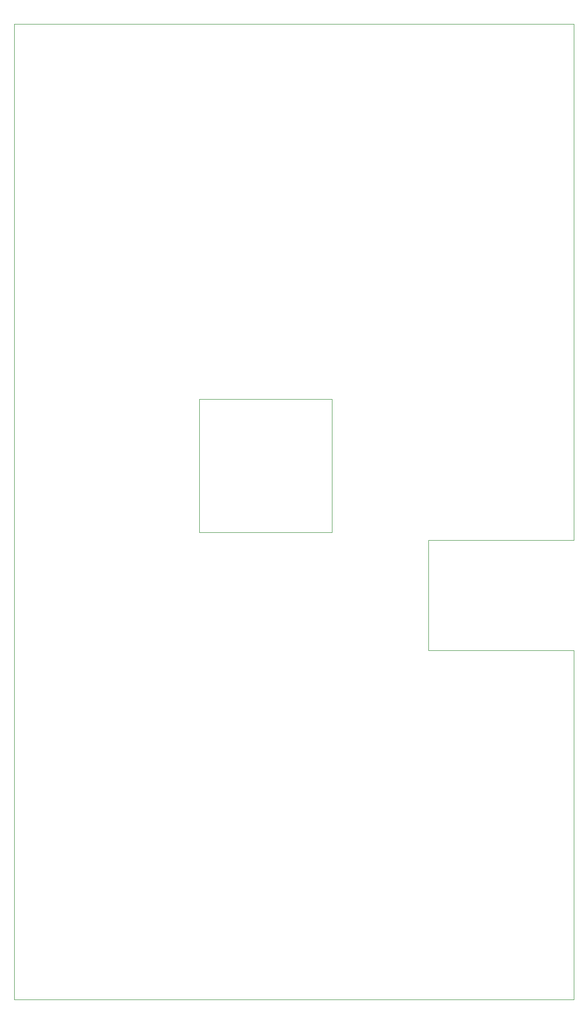
<source format=gm1>
G04 #@! TF.FileFunction,Profile,NP*
%FSLAX46Y46*%
G04 Gerber Fmt 4.6, Leading zero omitted, Abs format (unit mm)*
G04 Created by KiCad (PCBNEW 4.0.7-e2-6376~58~ubuntu16.04.1) date Wed Jan 24 19:20:12 2018*
%MOMM*%
%LPD*%
G01*
G04 APERTURE LIST*
%ADD10C,0.100000*%
%ADD11C,0.010000*%
G04 APERTURE END LIST*
D10*
D11*
X138060000Y-105950000D02*
X163230000Y-105950000D01*
X138060000Y-125000000D02*
X138060000Y-105950000D01*
X138060000Y-125000000D02*
X163230000Y-125000000D01*
X163230000Y-125000000D02*
X163230000Y-185410000D01*
X98420000Y-104600000D02*
X98420000Y-81600000D01*
X121420000Y-104600000D02*
X98420000Y-104600000D01*
X121420000Y-81600000D02*
X121420000Y-104600000D01*
X98420000Y-81600000D02*
X121420000Y-81600000D01*
X66420000Y-16760000D02*
X66420000Y-185410000D01*
X163230000Y-185410000D02*
X66420000Y-185410000D01*
X163230000Y-16760000D02*
X163230000Y-105950000D01*
X66420000Y-16760000D02*
X163230000Y-16760000D01*
M02*

</source>
